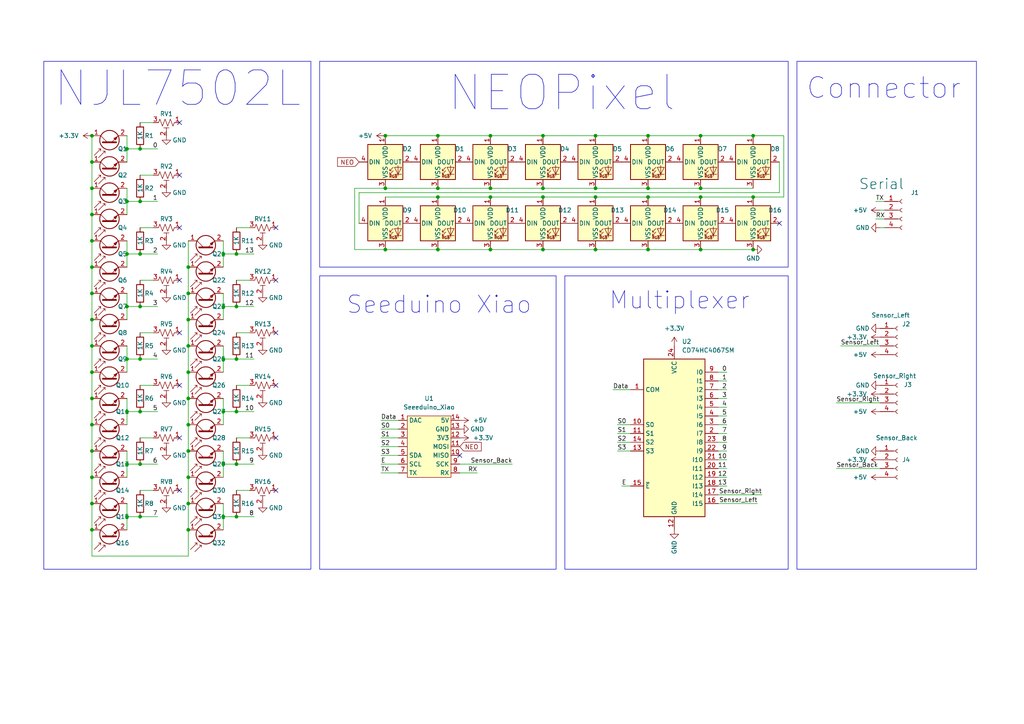
<source format=kicad_sch>
(kicad_sch (version 20230121) (generator eeschema)
  (paper "A4")
  (lib_symbols
    (symbol "74xx:CD74HC4067SM"
      (property "Reference" "U" (at -8.89 22.86 0))
      (property "Value" "CD74HC4067SM" (at 1.27 22.86 0))
      (symbol "CD74HC4067SM_0_1"
        (rectangle (start -8.89 21.59) (end 8.89 -24.13) (stroke (width 0.254)) (fill (type background)))
      )
      (symbol "CD74HC4067SM_1_1"
        (pin passive line (at -12.7 12.7 0) (length 3.81) (name "COM") (number "1"))
        (pin input line (at -12.7 2.54 0) (length 3.81) (name "S0") (number "10"))
        (pin input line (at -12.7 0 0) (length 3.81) (name "S1") (number "11"))
        (pin power_in line (at 0 -27.94 90) (length 3.81) (name "GND") (number "12"))
        (pin input line (at -12.7 -5.08 0) (length 3.81) (name "S3") (number "13"))
        (pin input line (at -12.7 -2.54 0) (length 3.81) (name "S2") (number "14"))
        (pin input line (at -12.7 -15.24 0) (length 3.81) (name "~{E}") (number "15"))
        (pin passive line (at 12.7 -20.32 180) (length 3.81) (name "I15") (number "16"))
        (pin passive line (at 12.7 -17.78 180) (length 3.81) (name "I14") (number "17"))
        (pin passive line (at 12.7 -15.24 180) (length 3.81) (name "I13") (number "18"))
        (pin passive line (at 12.7 -12.7 180) (length 3.81) (name "I12") (number "19"))
        (pin passive line (at 12.7 0 180) (length 3.81) (name "I7") (number "2"))
        (pin passive line (at 12.7 -10.16 180) (length 3.81) (name "I11") (number "20"))
        (pin passive line (at 12.7 -7.62 180) (length 3.81) (name "I10") (number "21"))
        (pin passive line (at 12.7 -5.08 180) (length 3.81) (name "I9") (number "22"))
        (pin passive line (at 12.7 -2.54 180) (length 3.81) (name "I8") (number "23"))
        (pin power_in line (at 0 25.4 270) (length 3.81) (name "VCC") (number "24"))
        (pin passive line (at 12.7 2.54 180) (length 3.81) (name "I6") (number "3"))
        (pin passive line (at 12.7 5.08 180) (length 3.81) (name "I5") (number "4"))
        (pin passive line (at 12.7 7.62 180) (length 3.81) (name "I4") (number "5"))
        (pin passive line (at 12.7 10.16 180) (length 3.81) (name "I3") (number "6"))
        (pin passive line (at 12.7 12.7 180) (length 3.81) (name "I2") (number "7"))
        (pin passive line (at 12.7 15.24 180) (length 3.81) (name "I1") (number "8"))
        (pin passive line (at 12.7 17.78 180) (length 3.81) (name "I0") (number "9"))
      )
    )
    (symbol "Connector:Conn_01x04_Socket" (pin_names (offset 1.016) hide)
      (property "Reference" "J" (at 0 5.08 0))
      (property "Value" "Conn_01x04_Socket" (at 0 -7.62 0))
      (symbol "Conn_01x04_Socket_1_1"
        (arc (start 0 -4.572) (mid -0.5058 -5.08) (end 0 -5.588) (stroke (width 0.1524)))
        (arc (start 0 -2.032) (mid -0.5058 -2.54) (end 0 -3.048) (stroke (width 0.1524)))
        (polyline (pts (xy -1.27 -5.08) (xy -0.508 -5.08)) (stroke (width 0.1524)))
        (polyline (pts (xy -1.27 -2.54) (xy -0.508 -2.54)) (stroke (width 0.1524)))
        (polyline (pts (xy -1.27 0) (xy -0.508 0)) (stroke (width 0.1524)))
        (polyline (pts (xy -1.27 2.54) (xy -0.508 2.54)) (stroke (width 0.1524)))
        (arc (start 0 0.508) (mid -0.5058 0) (end 0 -0.508) (stroke (width 0.1524)))
        (arc (start 0 3.048) (mid -0.5058 2.54) (end 0 2.032) (stroke (width 0.1524)))
        (pin passive line (at -5.08 2.54 0) (length 3.81) (name "Pin_1") (number "1"))
        (pin passive line (at -5.08 0 0) (length 3.81) (name "Pin_2") (number "2"))
        (pin passive line (at -5.08 -2.54 0) (length 3.81) (name "Pin_3") (number "3"))
        (pin passive line (at -5.08 -5.08 0) (length 3.81) (name "Pin_4") (number "4"))
      )
    )
    (symbol "Device:Q_Photo_NPN" (pin_names (offset 0) hide)
      (property "Reference" "Q" (at 5.08 1.27 0))
      (property "Value" "Q_Photo_NPN" (at 5.08 -1.27 0))
      (symbol "Q_Photo_NPN_0_1"
        (polyline (pts (xy -1.905 1.27) (xy -2.54 1.27)))
        (polyline (pts (xy -1.27 2.54) (xy -1.905 2.54)))
        (polyline (pts (xy 0.635 0.635) (xy 2.54 2.54)))
        (polyline (pts (xy -3.81 3.175) (xy -1.905 1.27) (xy -1.905 1.905)))
        (polyline (pts (xy -3.175 4.445) (xy -1.27 2.54) (xy -1.27 3.175)))
        (polyline (pts (xy 0.635 -0.635) (xy 2.54 -2.54) (xy 2.54 -2.54)))
        (polyline (pts (xy 0.635 1.905) (xy 0.635 -1.905) (xy 0.635 -1.905)) (stroke (width 0.508)))
        (polyline (pts (xy 1.27 -1.778) (xy 1.778 -1.27) (xy 2.286 -2.286) (xy 1.27 -1.778) (xy 1.27 -1.778)) (fill (type outline)))
        (circle (center 1.27 0) (radius 2.8194) (stroke (width 0.254)))
      )
      (symbol "Q_Photo_NPN_1_1"
        (pin passive line (at 2.54 5.08 270) (length 2.54) (name "C") (number "1"))
        (pin passive line (at 2.54 -5.08 90) (length 2.54) (name "E") (number "2"))
      )
    )
    (symbol "Device:R" (pin_numbers hide) (pin_names (offset 0))
      (property "Reference" "R" (at 2.032 0 90))
      (property "Value" "R" (at 0 0 90))
      (symbol "R_0_1"
        (rectangle (start -1.016 -2.54) (end 1.016 2.54) (stroke (width 0.254)))
      )
      (symbol "R_1_1"
        (pin passive line (at 0 3.81 270) (length 1.27) (name "~") (number "1"))
        (pin passive line (at 0 -3.81 90) (length 1.27) (name "~") (number "2"))
      )
    )
    (symbol "Device:R_Potentiometer_Trim_US" (pin_names (offset 1.016) hide)
      (property "Reference" "RV" (at -4.445 0 90))
      (property "Value" "R_Potentiometer_Trim_US" (at -2.54 0 90))
      (symbol "R_Potentiometer_Trim_US_0_1"
        (polyline (pts (xy 0 -2.286) (xy 0 -2.54)))
        (polyline (pts (xy 0 2.286) (xy 0 2.54)))
        (polyline (pts (xy 1.524 0.762) (xy 1.524 -0.762)))
        (polyline (pts (xy 2.54 0) (xy 1.524 0)))
        (polyline (pts (xy 0 -0.762) (xy 1.016 -1.143) (xy 0 -1.524) (xy -1.016 -1.905) (xy 0 -2.286)))
        (polyline (pts (xy 0 0.762) (xy 1.016 0.381) (xy 0 0) (xy -1.016 -0.381) (xy 0 -0.762)))
        (polyline (pts (xy 0 2.286) (xy 1.016 1.905) (xy 0 1.524) (xy -1.016 1.143) (xy 0 0.762)))
      )
      (symbol "R_Potentiometer_Trim_US_1_1"
        (pin passive line (at 0 3.81 270) (length 1.27) (name "1") (number "1"))
        (pin passive line (at 3.81 0 180) (length 1.27) (name "2") (number "2"))
        (pin passive line (at 0 -3.81 90) (length 1.27) (name "3") (number "3"))
      )
    )
    (symbol "LED:WS2812B" (pin_names (offset 0.254))
      (property "Reference" "D" (at 5.08 5.715 0))
      (property "Value" "WS2812B" (at 1.27 -5.715 0))
      (symbol "WS2812B_0_0"
        (text "RGB" (at 2.286 -4.191 0) (effects (font (size 0.762 0.762))))
      )
      (symbol "WS2812B_0_1"
        (polyline (pts (xy 1.27 -3.556) (xy 1.778 -3.556)))
        (polyline (pts (xy 1.27 -2.54) (xy 1.778 -2.54)))
        (polyline (pts (xy 4.699 -3.556) (xy 2.667 -3.556)))
        (polyline (pts (xy 2.286 -2.54) (xy 1.27 -3.556) (xy 1.27 -3.048)))
        (polyline (pts (xy 2.286 -1.524) (xy 1.27 -2.54) (xy 1.27 -2.032)))
        (polyline (pts (xy 3.683 -1.016) (xy 3.683 -3.556) (xy 3.683 -4.064)))
        (polyline (pts (xy 4.699 -1.524) (xy 2.667 -1.524) (xy 3.683 -3.556) (xy 4.699 -1.524)))
        (rectangle (start 5.08 5.08) (end -5.08 -5.08) (stroke (width 0.254)) (fill (type background)))
      )
      (symbol "WS2812B_1_1"
        (pin power_in line (at 0 7.62 270) (length 2.54) (name "VDD") (number "1"))
        (pin output line (at 7.62 0 180) (length 2.54) (name "DOUT") (number "2"))
        (pin power_in line (at 0 -7.62 90) (length 2.54) (name "VSS") (number "3"))
        (pin input line (at -7.62 0 0) (length 2.54) (name "DIN") (number "4"))
      )
    )
    (symbol "power:+3.3V" (power) (pin_names (offset 0))
      (property "Value" "+3.3V" (at 0 3.556 0))
      (symbol "+3.3V_0_1"
        (polyline (pts (xy -0.762 1.27) (xy 0 2.54)))
        (polyline (pts (xy 0 0) (xy 0 2.54)))
        (polyline (pts (xy 0 2.54) (xy 0.762 1.27)))
      )
      (symbol "+3.3V_1_1"
        (pin power_in line (at 0 0 90) (length 0) hide (name "+3.3V") (number "1"))
      )
    )
    (symbol "power:+5V" (power) (pin_names (offset 0))
      (property "Value" "+5V" (at 0 3.556 0))
      (symbol "+5V_0_1"
        (polyline (pts (xy -0.762 1.27) (xy 0 2.54)))
        (polyline (pts (xy 0 0) (xy 0 2.54)))
        (polyline (pts (xy 0 2.54) (xy 0.762 1.27)))
      )
      (symbol "+5V_1_1"
        (pin power_in line (at 0 0 90) (length 0) hide (name "+5V") (number "1"))
      )
    )
    (symbol "power:GND" (power) (pin_names (offset 0))
      (property "Value" "GND" (at 0 -3.81 0))
      (symbol "GND_0_1"
        (polyline (pts (xy 0 0) (xy 0 -1.27) (xy 1.27 -1.27) (xy 0 -2.54) (xy -1.27 -1.27) (xy 0 -1.27)))
      )
      (symbol "GND_1_1"
        (pin power_in line (at 0 0 270) (length 0) hide (name "GND") (number "1"))
      )
    )
    (symbol "seeeduino_xiao:Seeeduino_Xiao"
      (property "Reference" "U" (at 0 12.7 0))
      (property "Value" "Seeeduino_Xiao" (at 0 10.16 0))
      (symbol "Seeeduino_Xiao_0_1"
        (rectangle (start -6.35 7.62) (end 6.35 -10.16) (fill (type background)))
      )
      (symbol "Seeeduino_Xiao_1_1"
        (pin bidirectional line (at -8.89 6.35 0) (length 2.54) (name "DAC") (number "1"))
        (pin bidirectional line (at 8.89 -3.81 180) (length 2.54) (name "MISO") (number "10"))
        (pin bidirectional line (at 8.89 -1.27 180) (length 2.54) (name "MOSI") (number "11"))
        (pin power_out line (at 8.89 1.27 180) (length 2.54) (name "3V3") (number "12"))
        (pin bidirectional line (at 8.89 3.81 180) (length 2.54) (name "GND") (number "13"))
        (pin power_in line (at 8.89 6.35 180) (length 2.54) (name "5V") (number "14"))
        (pin bidirectional line (at -8.89 3.81 0) (length 2.54) (name "") (number "2"))
        (pin bidirectional line (at -8.89 1.27 0) (length 2.54) (name "") (number "3"))
        (pin bidirectional line (at -8.89 -1.27 0) (length 2.54) (name "") (number "4"))
        (pin bidirectional line (at -8.89 -3.81 0) (length 2.54) (name "SDA") (number "5"))
        (pin bidirectional line (at -8.89 -6.35 0) (length 2.54) (name "SCL") (number "6"))
        (pin bidirectional line (at -8.89 -8.89 0) (length 2.54) (name "TX") (number "7"))
        (pin bidirectional line (at 8.89 -8.89 180) (length 2.54) (name "RX") (number "8"))
        (pin bidirectional line (at 8.89 -6.35 180) (length 2.54) (name "SCK") (number "9"))
      )
    )
  )
  (junction (at 68.58 119.38))
  (junction (at 157.48 54.61))
  (junction (at 36.83 88.9))
  (junction (at 26.67 92.71))
  (junction (at 54.61 107.95))
  (junction (at 40.64 43.18))
  (junction (at 40.64 149.86))
  (junction (at 64.77 119.38))
  (junction (at 142.24 57.15))
  (junction (at 40.64 119.38))
  (junction (at 26.67 130.81))
  (junction (at 26.67 115.57))
  (junction (at 68.58 134.62))
  (junction (at 203.2 57.15))
  (junction (at 36.83 58.42))
  (junction (at 64.77 73.66))
  (junction (at 54.61 153.67))
  (junction (at 26.67 69.85))
  (junction (at 26.67 138.43))
  (junction (at 26.67 100.33))
  (junction (at 36.83 149.86))
  (junction (at 26.67 54.61))
  (junction (at 26.67 39.37))
  (junction (at 157.48 72.39))
  (junction (at 40.64 58.42))
  (junction (at 142.24 54.61))
  (junction (at 111.76 54.61))
  (junction (at 26.67 123.19))
  (junction (at 26.67 77.47))
  (junction (at 64.77 149.86))
  (junction (at 218.44 39.37))
  (junction (at 172.72 54.61))
  (junction (at 187.96 39.37))
  (junction (at 172.72 39.37))
  (junction (at 36.83 43.18))
  (junction (at 68.58 88.9))
  (junction (at 40.64 88.9))
  (junction (at 26.67 107.95))
  (junction (at 127 39.37))
  (junction (at 68.58 73.66))
  (junction (at 54.61 146.05))
  (junction (at 111.76 39.37))
  (junction (at 203.2 72.39))
  (junction (at 54.61 77.47))
  (junction (at 172.72 57.15))
  (junction (at 187.96 72.39))
  (junction (at 40.64 134.62))
  (junction (at 172.72 72.39))
  (junction (at 64.77 88.9))
  (junction (at 111.76 72.39))
  (junction (at 127 72.39))
  (junction (at 54.61 85.09))
  (junction (at 68.58 104.14))
  (junction (at 26.67 146.05))
  (junction (at 26.67 85.09))
  (junction (at 54.61 115.57))
  (junction (at 142.24 72.39))
  (junction (at 36.83 119.38))
  (junction (at 64.77 104.14))
  (junction (at 54.61 92.71))
  (junction (at 54.61 123.19))
  (junction (at 54.61 130.81))
  (junction (at 157.48 39.37))
  (junction (at 26.67 62.23))
  (junction (at 36.83 134.62))
  (junction (at 54.61 138.43))
  (junction (at 54.61 100.33))
  (junction (at 218.44 72.39))
  (junction (at 36.83 73.66))
  (junction (at 218.44 57.15))
  (junction (at 68.58 149.86))
  (junction (at 40.64 104.14))
  (junction (at 187.96 54.61))
  (junction (at 203.2 54.61))
  (junction (at 142.24 39.37))
  (junction (at 26.67 46.99))
  (junction (at 26.67 153.67))
  (junction (at 203.2 39.37))
  (junction (at 64.77 134.62))
  (junction (at 36.83 104.14))
  (junction (at 187.96 57.15))
  (junction (at 157.48 57.15))
  (junction (at 40.64 73.66))
  (junction (at 127 57.15))
  (junction (at 127 54.61))
  (no_connect (at 52.07 142.24))
  (no_connect (at 52.07 96.52))
  (no_connect (at 226.06 64.77))
  (no_connect (at 52.07 50.8))
  (no_connect (at 80.01 142.24))
  (no_connect (at 80.01 66.04))
  (no_connect (at 80.01 81.28))
  (no_connect (at 52.07 81.28))
  (no_connect (at 52.07 111.76))
  (no_connect (at 52.07 35.56))
  (no_connect (at 133.35 132.08))
  (no_connect (at 80.01 111.76))
  (no_connect (at 52.07 127))
  (no_connect (at 80.01 127))
  (no_connect (at 52.07 66.04))
  (no_connect (at 80.01 96.52))
  (wire (pts (xy 36.83 43.18) (xy 40.64 43.18)))
  (wire (pts (xy 54.61 77.47) (xy 54.61 85.09)))
  (wire (pts (xy 68.58 134.62) (xy 73.66 134.62)))
  (wire (pts (xy 64.77 119.38) (xy 64.77 123.19)))
  (wire (pts (xy 68.58 88.9) (xy 73.66 88.9)))
  (wire (pts (xy 26.67 115.57) (xy 26.67 123.19)))
  (wire (pts (xy 68.58 127) (xy 72.39 127)))
  (wire (pts (xy 36.83 58.42) (xy 36.83 62.23)))
  (wire (pts (xy 26.67 77.47) (xy 26.67 85.09)))
  (wire (pts (xy 226.06 46.99) (xy 226.06 55.88)))
  (wire (pts (xy 40.64 73.66) (xy 45.72 73.66)))
  (wire (pts (xy 36.83 100.33) (xy 36.83 104.14)))
  (wire (pts (xy 110.49 127) (xy 115.57 127)))
  (wire (pts (xy 64.77 88.9) (xy 64.77 92.71)))
  (wire (pts (xy 54.61 92.71) (xy 54.61 100.33)))
  (wire (pts (xy 187.96 72.39) (xy 203.2 72.39)))
  (wire (pts (xy 54.61 107.95) (xy 54.61 115.57)))
  (wire (pts (xy 64.77 104.14) (xy 64.77 107.95)))
  (wire (pts (xy 26.67 146.05) (xy 26.67 153.67)))
  (wire (pts (xy 172.72 39.37) (xy 187.96 39.37)))
  (wire (pts (xy 54.61 146.05) (xy 54.61 153.67)))
  (wire (pts (xy 26.67 39.37) (xy 26.67 46.99)))
  (wire (pts (xy 26.67 69.85) (xy 26.67 77.47)))
  (wire (pts (xy 68.58 66.04) (xy 72.39 66.04)))
  (wire (pts (xy 64.77 104.14) (xy 68.58 104.14)))
  (wire (pts (xy 179.07 125.73) (xy 182.88 125.73)))
  (wire (pts (xy 127 54.61) (xy 142.24 54.61)))
  (wire (pts (xy 148.59 134.62) (xy 133.35 134.62)))
  (wire (pts (xy 40.64 81.28) (xy 44.45 81.28)))
  (wire (pts (xy 40.64 111.76) (xy 44.45 111.76)))
  (wire (pts (xy 102.87 72.39) (xy 111.76 72.39)))
  (wire (pts (xy 36.83 73.66) (xy 36.83 77.47)))
  (wire (pts (xy 40.64 149.86) (xy 45.72 149.86)))
  (wire (pts (xy 64.77 130.81) (xy 64.77 134.62)))
  (wire (pts (xy 187.96 39.37) (xy 203.2 39.37)))
  (wire (pts (xy 210.82 135.89) (xy 208.28 135.89)))
  (wire (pts (xy 110.49 132.08) (xy 115.57 132.08)))
  (wire (pts (xy 36.83 88.9) (xy 40.64 88.9)))
  (wire (pts (xy 157.48 72.39) (xy 172.72 72.39)))
  (wire (pts (xy 26.67 107.95) (xy 26.67 115.57)))
  (wire (pts (xy 111.76 57.15) (xy 127 57.15)))
  (wire (pts (xy 177.8 113.03) (xy 182.88 113.03)))
  (wire (pts (xy 40.64 119.38) (xy 45.72 119.38)))
  (wire (pts (xy 142.24 57.15) (xy 157.48 57.15)))
  (wire (pts (xy 26.67 138.43) (xy 26.67 146.05)))
  (wire (pts (xy 40.64 104.14) (xy 45.72 104.14)))
  (wire (pts (xy 210.82 130.81) (xy 208.28 130.81)))
  (wire (pts (xy 210.82 138.43) (xy 208.28 138.43)))
  (wire (pts (xy 179.07 123.19) (xy 182.88 123.19)))
  (wire (pts (xy 36.83 69.85) (xy 36.83 73.66)))
  (wire (pts (xy 210.82 125.73) (xy 208.28 125.73)))
  (wire (pts (xy 40.64 58.42) (xy 45.72 58.42)))
  (wire (pts (xy 36.83 119.38) (xy 36.83 123.19)))
  (wire (pts (xy 64.77 146.05) (xy 64.77 149.86)))
  (wire (pts (xy 54.61 69.85) (xy 54.61 77.47)))
  (wire (pts (xy 110.49 137.16) (xy 115.57 137.16)))
  (wire (pts (xy 255.27 60.96) (xy 256.54 60.96)))
  (wire (pts (xy 203.2 39.37) (xy 218.44 39.37)))
  (wire (pts (xy 36.83 149.86) (xy 40.64 149.86)))
  (wire (pts (xy 172.72 57.15) (xy 187.96 57.15)))
  (wire (pts (xy 243.84 100.33) (xy 255.27 100.33)))
  (wire (pts (xy 36.83 119.38) (xy 40.64 119.38)))
  (wire (pts (xy 68.58 142.24) (xy 72.39 142.24)))
  (wire (pts (xy 26.67 54.61) (xy 26.67 62.23)))
  (wire (pts (xy 54.61 100.33) (xy 54.61 107.95)))
  (wire (pts (xy 110.49 129.54) (xy 115.57 129.54)))
  (wire (pts (xy 127 57.15) (xy 142.24 57.15)))
  (wire (pts (xy 127 72.39) (xy 142.24 72.39)))
  (wire (pts (xy 54.61 138.43) (xy 54.61 146.05)))
  (wire (pts (xy 26.67 100.33) (xy 26.67 107.95)))
  (wire (pts (xy 210.82 133.35) (xy 208.28 133.35)))
  (wire (pts (xy 64.77 149.86) (xy 64.77 153.67)))
  (wire (pts (xy 172.72 72.39) (xy 187.96 72.39)))
  (wire (pts (xy 187.96 54.61) (xy 203.2 54.61)))
  (wire (pts (xy 210.82 118.11) (xy 208.28 118.11)))
  (wire (pts (xy 210.82 115.57) (xy 208.28 115.57)))
  (wire (pts (xy 127 39.37) (xy 142.24 39.37)))
  (wire (pts (xy 64.77 73.66) (xy 64.77 77.47)))
  (wire (pts (xy 180.34 140.97) (xy 182.88 140.97)))
  (wire (pts (xy 26.67 123.19) (xy 26.67 130.81)))
  (wire (pts (xy 255.27 66.04) (xy 256.54 66.04)))
  (wire (pts (xy 179.07 130.81) (xy 182.88 130.81)))
  (wire (pts (xy 138.43 137.16) (xy 133.35 137.16)))
  (wire (pts (xy 36.83 115.57) (xy 36.83 119.38)))
  (wire (pts (xy 40.64 66.04) (xy 44.45 66.04)))
  (wire (pts (xy 110.49 124.46) (xy 115.57 124.46)))
  (wire (pts (xy 54.61 115.57) (xy 54.61 123.19)))
  (wire (pts (xy 54.61 85.09) (xy 54.61 92.71)))
  (wire (pts (xy 179.07 128.27) (xy 182.88 128.27)))
  (wire (pts (xy 36.83 54.61) (xy 36.83 58.42)))
  (wire (pts (xy 111.76 39.37) (xy 127 39.37)))
  (wire (pts (xy 40.64 142.24) (xy 44.45 142.24)))
  (wire (pts (xy 64.77 100.33) (xy 64.77 104.14)))
  (wire (pts (xy 36.83 146.05) (xy 36.83 149.86)))
  (wire (pts (xy 64.77 119.38) (xy 68.58 119.38)))
  (wire (pts (xy 40.64 88.9) (xy 45.72 88.9)))
  (wire (pts (xy 102.87 54.61) (xy 102.87 72.39)))
  (wire (pts (xy 64.77 149.86) (xy 68.58 149.86)))
  (wire (pts (xy 203.2 57.15) (xy 218.44 57.15)))
  (wire (pts (xy 64.77 115.57) (xy 64.77 119.38)))
  (wire (pts (xy 254 58.42) (xy 256.54 58.42)))
  (wire (pts (xy 64.77 134.62) (xy 68.58 134.62)))
  (wire (pts (xy 242.57 135.89) (xy 255.27 135.89)))
  (wire (pts (xy 36.83 85.09) (xy 36.83 88.9)))
  (wire (pts (xy 142.24 72.39) (xy 157.48 72.39)))
  (wire (pts (xy 104.14 55.88) (xy 104.14 64.77)))
  (wire (pts (xy 210.82 110.49) (xy 208.28 110.49)))
  (wire (pts (xy 142.24 54.61) (xy 157.48 54.61)))
  (wire (pts (xy 110.49 121.92) (xy 115.57 121.92)))
  (wire (pts (xy 203.2 72.39) (xy 218.44 72.39)))
  (wire (pts (xy 111.76 54.61) (xy 127 54.61)))
  (wire (pts (xy 68.58 81.28) (xy 72.39 81.28)))
  (wire (pts (xy 26.67 62.23) (xy 26.67 69.85)))
  (wire (pts (xy 26.67 85.09) (xy 26.67 92.71)))
  (wire (pts (xy 220.98 143.51) (xy 208.28 143.51)))
  (wire (pts (xy 210.82 120.65) (xy 208.28 120.65)))
  (wire (pts (xy 203.2 54.61) (xy 218.44 54.61)))
  (wire (pts (xy 64.77 73.66) (xy 68.58 73.66)))
  (wire (pts (xy 40.64 127) (xy 44.45 127)))
  (wire (pts (xy 110.49 134.62) (xy 115.57 134.62)))
  (wire (pts (xy 187.96 57.15) (xy 203.2 57.15)))
  (wire (pts (xy 219.71 146.05) (xy 208.28 146.05)))
  (wire (pts (xy 68.58 96.52) (xy 72.39 96.52)))
  (wire (pts (xy 111.76 54.61) (xy 102.87 54.61)))
  (wire (pts (xy 36.83 104.14) (xy 36.83 107.95)))
  (wire (pts (xy 64.77 134.62) (xy 64.77 138.43)))
  (wire (pts (xy 157.48 54.61) (xy 172.72 54.61)))
  (wire (pts (xy 36.83 149.86) (xy 36.83 153.67)))
  (wire (pts (xy 210.82 140.97) (xy 208.28 140.97)))
  (wire (pts (xy 36.83 73.66) (xy 40.64 73.66)))
  (wire (pts (xy 210.82 123.19) (xy 208.28 123.19)))
  (wire (pts (xy 227.33 57.15) (xy 218.44 57.15)))
  (wire (pts (xy 64.77 88.9) (xy 68.58 88.9)))
  (wire (pts (xy 40.64 134.62) (xy 45.72 134.62)))
  (wire (pts (xy 172.72 54.61) (xy 187.96 54.61)))
  (wire (pts (xy 68.58 104.14) (xy 73.66 104.14)))
  (wire (pts (xy 40.64 43.18) (xy 45.72 43.18)))
  (wire (pts (xy 254 63.5) (xy 256.54 63.5)))
  (wire (pts (xy 26.67 46.99) (xy 26.67 54.61)))
  (wire (pts (xy 68.58 119.38) (xy 73.66 119.38)))
  (wire (pts (xy 36.83 130.81) (xy 36.83 134.62)))
  (wire (pts (xy 218.44 39.37) (xy 227.33 39.37)))
  (wire (pts (xy 40.64 96.52) (xy 44.45 96.52)))
  (wire (pts (xy 36.83 104.14) (xy 40.64 104.14)))
  (wire (pts (xy 26.67 161.29) (xy 54.61 161.29)))
  (wire (pts (xy 68.58 73.66) (xy 73.66 73.66)))
  (wire (pts (xy 54.61 130.81) (xy 54.61 138.43)))
  (wire (pts (xy 36.83 134.62) (xy 36.83 138.43)))
  (wire (pts (xy 54.61 161.29) (xy 54.61 153.67)))
  (wire (pts (xy 111.76 72.39) (xy 127 72.39)))
  (wire (pts (xy 227.33 39.37) (xy 227.33 57.15)))
  (wire (pts (xy 210.82 107.95) (xy 208.28 107.95)))
  (wire (pts (xy 26.67 153.67) (xy 26.67 161.29)))
  (wire (pts (xy 226.06 55.88) (xy 104.14 55.88)))
  (wire (pts (xy 26.67 130.81) (xy 26.67 138.43)))
  (wire (pts (xy 36.83 39.37) (xy 36.83 43.18)))
  (wire (pts (xy 68.58 149.86) (xy 73.66 149.86)))
  (wire (pts (xy 142.24 39.37) (xy 157.48 39.37)))
  (wire (pts (xy 210.82 113.03) (xy 208.28 113.03)))
  (wire (pts (xy 242.57 116.84) (xy 255.27 116.84)))
  (wire (pts (xy 157.48 57.15) (xy 172.72 57.15)))
  (wire (pts (xy 40.64 50.8) (xy 44.45 50.8)))
  (wire (pts (xy 36.83 88.9) (xy 36.83 92.71)))
  (wire (pts (xy 68.58 111.76) (xy 72.39 111.76)))
  (wire (pts (xy 54.61 123.19) (xy 54.61 130.81)))
  (wire (pts (xy 40.64 35.56) (xy 44.45 35.56)))
  (wire (pts (xy 36.83 58.42) (xy 40.64 58.42)))
  (wire (pts (xy 210.82 128.27) (xy 208.28 128.27)))
  (wire (pts (xy 26.67 92.71) (xy 26.67 100.33)))
  (wire (pts (xy 36.83 134.62) (xy 40.64 134.62)))
  (wire (pts (xy 36.83 43.18) (xy 36.83 46.99)))
  (wire (pts (xy 157.48 39.37) (xy 172.72 39.37)))
  (wire (pts (xy 64.77 69.85) (xy 64.77 73.66)))
  (wire (pts (xy 64.77 85.09) (xy 64.77 88.9)))
  (rectangle (start 231.14 17.78) (end 283.21 165.1))
  (rectangle (start 163.83 80.01) (end 228.6 165.1))
  (rectangle (start 12.7 17.78) (end 90.17 165.1))
  (rectangle (start 92.71 17.78) (end 228.6 77.47))
  (rectangle (start 92.71 80.01) (end 161.29 165.1))
  (text "NJL7502L" (at 15.24 31.75 0) (effects (font (size 10 10)) (justify left bottom)))
  (text "Seeduino Xiao" (at 100.33 91.44 0) (effects (font (size 5 5)) (justify left bottom)))
  (text "NEOPixel" (at 129.54 33.02 0) (effects (font (size 10 10)) (justify left bottom)))
  (text "Multiplexer" (at 176.53 90.17 0) (effects (font (size 5 5)) (justify left bottom)))
  (text "Connector" (at 233.68 29.21 0) (effects (font (size 6 6)) (justify left bottom)))
  (label "13" (at 73.66 73.66 180))
  (label "Sensor_Left" (at 243.84 100.33 0))
  (label "9" (at 210.82 130.81 180))
  (label "RX" (at 138.43 137.16 180))
  (label "12" (at 210.82 138.43 180))
  (label "11" (at 210.82 135.89 180))
  (label "3" (at 45.72 88.9 180))
  (label "S1" (at 110.49 127 0))
  (label "8" (at 210.82 128.27 180))
  (label "7" (at 45.72 149.86 180))
  (label "S1" (at 179.07 125.73 0))
  (label "5" (at 210.82 120.65 180))
  (label "0" (at 210.82 107.95 180))
  (label "Sensor_Right" (at 242.57 116.84 0))
  (label "Data" (at 177.8 113.03 0))
  (label "4" (at 210.82 118.11 180))
  (label "10" (at 73.66 119.38 180))
  (label "10" (at 210.82 133.35 180))
  (label "S2" (at 110.49 129.54 0))
  (label "E" (at 180.34 140.97 0))
  (label "0" (at 45.72 43.18 180))
  (label "6" (at 45.72 134.62 180))
  (label "RX" (at 254 63.5 0))
  (label "1" (at 45.72 58.42 180))
  (label "3" (at 210.82 115.57 180))
  (label "S0" (at 179.07 123.19 0))
  (label "13" (at 210.82 140.97 180))
  (label "12" (at 73.66 88.9 180))
  (label "Data" (at 110.49 121.92 0))
  (label "S2" (at 179.07 128.27 0))
  (label "11" (at 73.66 104.14 180))
  (label "1" (at 210.82 110.49 180))
  (label "8" (at 73.66 149.86 180))
  (label "4" (at 45.72 104.14 180))
  (label "7" (at 210.82 125.73 180))
  (label "E" (at 110.49 134.62 0))
  (label "Sensor_Right" (at 220.98 143.51 180))
  (label "5" (at 45.72 119.38 180))
  (label "S3" (at 179.07 130.81 0))
  (label "TX" (at 110.49 137.16 0))
  (label "Sensor_Back" (at 148.59 134.62 180))
  (label "2" (at 45.72 73.66 180))
  (label "9" (at 73.66 134.62 180))
  (label "S0" (at 110.49 124.46 0))
  (label "S3" (at 110.49 132.08 0))
  (label "6" (at 210.82 123.19 180))
  (label "2" (at 210.82 113.03 180))
  (label "Sensor_Back" (at 242.57 135.89 0))
  (label "TX" (at 254 58.42 0))
  (label "Sensor_Left" (at 219.71 146.05 180))
  (global_label "NEO" (shape input) (at 133.35 129.54 0) (property "Intersheetrefs" "${INTERSHEET_REFS}" (effects hide)))
  (global_label "NEO" (shape input) (at 104.14 46.99 180) (property "Intersheetrefs" "${INTERSHEET_REFS}" (effects hide)))
  (symbol (lib_id "Device:R_Potentiometer_Trim_US") (at 48.26 142.24 270) (unit 1)
    (property "Reference" "RV8" (at 48.26 139.7 90))
    (property "Value" "R_Potentiometer_Trim_US" (effects hide))
    (property "Footprint" "Potentiometer_SMD:Potentiometer_Vishay_TS53YJ_Vertical" (effects hide))
  )
  (symbol (lib_id "LED:WS2812B") (at 203.2 46.99 0) (unit 1)
    (property "Reference" "D7" (at 209.55 43.18 0))
    (property "Value" "WS2812B" (effects hide))
    (property "Footprint" "LED_SMD:LED_WS2812B-2020_PLCC4_2.0x2.0mm" (effects hide))
    (property "Datasheet" "https://cdn-shop.adafruit.com/datasheets/WS2812B.pdf" (effects hide))
  )
  (symbol (lib_id "LED:WS2812B") (at 187.96 46.99 0) (unit 1)
    (property "Reference" "D6" (at 194.31 43.18 0))
    (property "Value" "WS2812B" (effects hide))
    (property "Footprint" "LED_SMD:LED_WS2812B-2020_PLCC4_2.0x2.0mm" (effects hide))
    (property "Datasheet" "https://cdn-shop.adafruit.com/datasheets/WS2812B.pdf" (effects hide))
  )
  (symbol (lib_id "Device:R") (at 40.64 85.09 180) (unit 1)
    (property "Reference" "R4" (at 41.91 85.09 0) (effects (justify right)))
    (property "Value" "1K" (at 40.64 86.36 90) (effects (justify right)))
    (property "Footprint" "Resistor_SMD:R_2010_5025Metric" (effects hide))
  )
  (symbol (lib_id "Device:Q_Photo_NPN") (at 59.69 87.63 90) (unit 1)
    (property "Reference" "Q23" (at 63.5 88.9 90))
    (property "Value" "Q_Photo_NPN" (effects hide))
    (property "Footprint" "LED_THT:LED_D3.0mm_Clear" (effects hide))
  )
  (symbol (lib_id "Device:R") (at 40.64 54.61 180) (unit 1)
    (property "Reference" "R2" (at 41.91 54.61 0) (effects (justify right)))
    (property "Value" "1K" (at 40.64 55.88 90) (effects (justify right)))
    (property "Footprint" "Resistor_SMD:R_2010_5025Metric" (effects hide))
  )
  (symbol (lib_id "Device:Q_Photo_NPN") (at 31.75 64.77 90) (unit 1)
    (property "Reference" "Q4" (at 35.56 66.04 90))
    (property "Value" "Q_Photo_NPN" (effects hide))
    (property "Footprint" "LED_THT:LED_D3.0mm_Clear" (effects hide))
  )
  (symbol (lib_id "power:+3.3V") (at 255.27 97.79 90) (unit 1)
    (property "Reference" "#PWR033" (effects hide))
    (property "Value" "+3.3V" (at 251.46 97.79 90) (effects (justify left)))
  )
  (symbol (lib_id "Device:R_Potentiometer_Trim_US") (at 76.2 127 270) (unit 1)
    (property "Reference" "RV15" (at 76.2 124.46 90))
    (property "Value" "R_Potentiometer_Trim_US" (effects hide))
    (property "Footprint" "Potentiometer_SMD:Potentiometer_Vishay_TS53YJ_Vertical" (effects hide))
  )
  (symbol (lib_id "power:GND") (at 48.26 115.57 0) (unit 1)
    (property "Reference" "#PWR010" (effects hide))
    (property "Value" "GND" (at 52.07 116.84 0))
  )
  (symbol (lib_id "power:+5V") (at 111.76 39.37 90) (unit 1)
    (property "Reference" "#PWR03" (effects hide))
    (property "Value" "+5V" (at 107.95 39.37 90) (effects (justify left)))
  )
  (symbol (lib_id "Device:Q_Photo_NPN") (at 31.75 125.73 90) (unit 1)
    (property "Reference" "Q12" (at 35.56 127 90))
    (property "Value" "Q_Photo_NPN" (effects hide))
    (property "Footprint" "LED_THT:LED_D3.0mm_Clear" (effects hide))
  )
  (symbol (lib_id "power:GND") (at 76.2 85.09 0) (unit 1)
    (property "Reference" "#PWR016" (effects hide))
    (property "Value" "GND" (at 80.01 86.36 0))
  )
  (symbol (lib_id "LED:WS2812B") (at 187.96 64.77 0) (unit 1)
    (property "Reference" "D14" (at 194.31 60.96 0))
    (property "Value" "WS2812B" (effects hide))
    (property "Footprint" "LED_SMD:LED_WS2812B-2020_PLCC4_2.0x2.0mm" (effects hide))
    (property "Datasheet" "https://cdn-shop.adafruit.com/datasheets/WS2812B.pdf" (effects hide))
  )
  (symbol (lib_id "power:GND") (at 76.2 115.57 0) (unit 1)
    (property "Reference" "#PWR018" (effects hide))
    (property "Value" "GND" (at 80.01 116.84 0))
  )
  (symbol (lib_id "Device:Q_Photo_NPN") (at 59.69 72.39 90) (unit 1)
    (property "Reference" "Q21" (at 63.5 73.66 90))
    (property "Value" "Q_Photo_NPN" (effects hide))
    (property "Footprint" "LED_THT:LED_D3.0mm_Clear" (effects hide))
  )
  (symbol (lib_id "Connector:Conn_01x04_Socket") (at 260.35 133.35 0) (unit 1)
    (property "Reference" "J4" (at 261.62 133.35 0) (effects (justify left)))
    (property "Value" "Sensor_Back" (at 254 127 0) (effects (justify left)))
    (property "Footprint" "Connector_JST:JST_XH_B4B-XH-A_1x04_P2.50mm_Vertical" (effects hide))
  )
  (symbol (lib_id "Connector:Conn_01x04_Socket") (at 261.62 60.96 0) (unit 1)
    (property "Reference" "J1" (at 264.16 55.88 0) (effects (justify left)))
    (property "Value" "Serial" (at 248.92 53.34 0) (effects (font (size 3 3)) (justify left)))
    (property "Footprint" "Connector_JST:JST_XH_B4B-XH-A_1x04_P2.50mm_Vertical" (effects hide))
  )
  (symbol (lib_id "Device:Q_Photo_NPN") (at 59.69 133.35 90) (unit 1)
    (property "Reference" "Q29" (at 63.5 134.62 90))
    (property "Value" "Q_Photo_NPN" (effects hide))
    (property "Footprint" "LED_THT:LED_D3.0mm_Clear" (effects hide))
  )
  (symbol (lib_id "Device:R_Potentiometer_Trim_US") (at 76.2 96.52 270) (unit 1)
    (property "Reference" "RV13" (at 76.2 93.98 90))
    (property "Value" "R_Potentiometer_Trim_US" (effects hide))
    (property "Footprint" "Potentiometer_SMD:Potentiometer_Vishay_TS53YJ_Vertical" (effects hide))
  )
  (symbol (lib_id "Device:R") (at 40.64 100.33 180) (unit 1)
    (property "Reference" "R5" (at 41.91 100.33 0) (effects (justify right)))
    (property "Value" "1K" (at 40.64 101.6 90) (effects (justify right)))
    (property "Footprint" "Resistor_SMD:R_2010_5025Metric" (effects hide))
  )
  (symbol (lib_id "Device:R_Potentiometer_Trim_US") (at 48.26 81.28 270) (unit 1)
    (property "Reference" "RV4" (at 48.26 78.74 90))
    (property "Value" "R_Potentiometer_Trim_US" (effects hide))
    (property "Footprint" "Potentiometer_SMD:Potentiometer_Vishay_TS53YJ_Vertical" (effects hide))
  )
  (symbol (lib_id "power:GND") (at 48.26 146.05 0) (unit 1)
    (property "Reference" "#PWR012" (effects hide))
    (property "Value" "GND" (at 52.07 147.32 0))
  )
  (symbol (lib_id "power:+3.3V") (at 26.67 39.37 90) (unit 1)
    (property "Reference" "#PWR01" (effects hide))
    (property "Value" "+3.3V" (at 22.86 39.37 90) (effects (justify left)))
  )
  (symbol (lib_id "power:GND") (at 48.26 130.81 0) (unit 1)
    (property "Reference" "#PWR011" (effects hide))
    (property "Value" "GND" (at 52.07 132.08 0))
  )
  (symbol (lib_id "power:+5V") (at 255.27 60.96 90) (unit 1)
    (property "Reference" "#PWR014" (effects hide))
    (property "Value" "+5V" (at 251.46 60.96 90) (effects (justify left)))
  )
  (symbol (lib_id "power:GND") (at 195.58 153.67 0) (unit 1)
    (property "Reference" "#PWR024" (effects hide))
    (property "Value" "GND" (at 195.58 158.75 90))
  )
  (symbol (lib_id "Device:R") (at 40.64 146.05 180) (unit 1)
    (property "Reference" "R8" (at 41.91 146.05 0) (effects (justify right)))
    (property "Value" "1K" (at 40.64 147.32 90) (effects (justify right)))
    (property "Footprint" "Resistor_SMD:R_2010_5025Metric" (effects hide))
  )
  (symbol (lib_id "LED:WS2812B") (at 172.72 64.77 0) (unit 1)
    (property "Reference" "D13" (at 179.07 60.96 0))
    (property "Value" "WS2812B" (effects hide))
    (property "Footprint" "LED_SMD:LED_WS2812B-2020_PLCC4_2.0x2.0mm" (effects hide))
    (property "Datasheet" "https://cdn-shop.adafruit.com/datasheets/WS2812B.pdf" (effects hide))
  )
  (symbol (lib_id "Device:Q_Photo_NPN") (at 31.75 57.15 90) (unit 1)
    (property "Reference" "Q3" (at 35.56 58.42 90))
    (property "Value" "Q_Photo_NPN" (effects hide))
    (property "Footprint" "LED_THT:LED_D3.0mm_Clear" (effects hide))
  )
  (symbol (lib_id "power:+3.3V") (at 195.58 100.33 0) (unit 1)
    (property "Reference" "#PWR023" (effects hide))
    (property "Value" "+3.3V" (at 195.58 95.25 0))
  )
  (symbol (lib_id "power:+5V") (at 255.27 138.43 90) (unit 1)
    (property "Reference" "#PWR027" (effects hide))
    (property "Value" "+5V" (at 251.46 138.43 90) (effects (justify left)))
  )
  (symbol (lib_id "power:GND") (at 255.27 95.25 270) (unit 1)
    (property "Reference" "#PWR028" (effects hide))
    (property "Value" "GND" (at 250.19 95.25 90))
  )
  (symbol (lib_id "Device:Q_Photo_NPN") (at 31.75 87.63 90) (unit 1)
    (property "Reference" "Q7" (at 35.56 88.9 90))
    (property "Value" "Q_Photo_NPN" (effects hide))
    (property "Footprint" "LED_THT:LED_D3.0mm_Clear" (effects hide))
  )
  (symbol (lib_id "Device:R_Potentiometer_Trim_US") (at 48.26 111.76 270) (unit 1)
    (property "Reference" "RV6" (at 48.26 109.22 90))
    (property "Value" "R_Potentiometer_Trim_US" (effects hide))
    (property "Footprint" "Potentiometer_SMD:Potentiometer_Vishay_TS53YJ_Vertical" (effects hide))
  )
  (symbol (lib_id "Device:Q_Photo_NPN") (at 31.75 80.01 90) (unit 1)
    (property "Reference" "Q6" (at 35.56 81.28 90))
    (property "Value" "Q_Photo_NPN" (effects hide))
    (property "Footprint" "LED_THT:LED_D3.0mm_Clear" (effects hide))
  )
  (symbol (lib_id "Device:R") (at 68.58 130.81 180) (unit 1)
    (property "Reference" "R15" (at 69.85 130.81 0) (effects (justify right)))
    (property "Value" "1K" (at 68.58 132.08 90) (effects (justify right)))
    (property "Footprint" "Resistor_SMD:R_2010_5025Metric" (effects hide))
  )
  (symbol (lib_id "power:GND") (at 255.27 130.81 270) (unit 1)
    (property "Reference" "#PWR030" (effects hide))
    (property "Value" "GND" (at 250.19 130.81 90))
  )
  (symbol (lib_id "LED:WS2812B") (at 172.72 46.99 0) (unit 1)
    (property "Reference" "D5" (at 179.07 43.18 0))
    (property "Value" "WS2812B" (effects hide))
    (property "Footprint" "LED_SMD:LED_WS2812B-2020_PLCC4_2.0x2.0mm" (effects hide))
    (property "Datasheet" "https://cdn-shop.adafruit.com/datasheets/WS2812B.pdf" (effects hide))
  )
  (symbol (lib_id "power:GND") (at 48.26 54.61 0) (unit 1)
    (property "Reference" "#PWR06" (effects hide))
    (property "Value" "GND" (at 52.07 55.88 0))
  )
  (symbol (lib_id "seeeduino_xiao:Seeeduino_Xiao") (at 124.46 128.27 0) (unit 1)
    (property "Reference" "U1" (at 124.46 115.57 0))
    (property "Value" "Seeeduino_Xiao" (at 124.46 118.11 0))
    (property "Footprint" "Seeeduino_Xiao:seeeduinoXIAO" (effects hide))
  )
  (symbol (lib_id "power:GND") (at 76.2 146.05 0) (unit 1)
    (property "Reference" "#PWR020" (effects hide))
    (property "Value" "GND" (at 80.01 147.32 0))
  )
  (symbol (lib_id "Device:R_Potentiometer_Trim_US") (at 76.2 142.24 270) (unit 1)
    (property "Reference" "RV16" (at 76.2 139.7 90))
    (property "Value" "R_Potentiometer_Trim_US" (effects hide))
    (property "Footprint" "Potentiometer_SMD:Potentiometer_Vishay_TS53YJ_Vertical" (effects hide))
  )
  (symbol (lib_id "power:GND") (at 48.26 39.37 0) (unit 1)
    (property "Reference" "#PWR02" (effects hide))
    (property "Value" "GND" (at 52.07 40.64 0))
  )
  (symbol (lib_id "Connector:Conn_01x04_Socket") (at 260.35 114.3 0) (unit 1)
    (property "Reference" "J3" (at 262.1227 111.5745 0) (effects (justify left)))
    (property "Value" "Sensor_Right" (at 253.2327 109.0345 0) (effects (justify left)))
    (property "Footprint" "Connector_JST:JST_XH_B4B-XH-A_1x04_P2.50mm_Vertical" (effects hide))
  )
  (symbol (lib_id "Device:R_Potentiometer_Trim_US") (at 76.2 66.04 270) (unit 1)
    (property "Reference" "RV11" (at 76.2 63.5 90))
    (property "Value" "R_Potentiometer_Trim_US" (effects hide))
    (property "Footprint" "Potentiometer_SMD:Potentiometer_Vishay_TS53YJ_Vertical" (effects hide))
  )
  (symbol (lib_id "power:+3.3V") (at 255.27 133.35 90) (unit 1)
    (property "Reference" "#PWR032" (effects hide))
    (property "Value" "+3.3V" (at 251.46 133.35 90) (effects (justify left)))
  )
  (symbol (lib_id "LED:WS2812B") (at 157.48 46.99 0) (unit 1)
    (property "Reference" "D4" (at 163.83 43.18 0))
    (property "Value" "WS2812B" (effects hide))
    (property "Footprint" "LED_SMD:LED_WS2812B-2020_PLCC4_2.0x2.0mm" (effects hide))
    (property "Datasheet" "https://cdn-shop.adafruit.com/datasheets/WS2812B.pdf" (effects hide))
  )
  (symbol (lib_id "power:+5V") (at 255.27 102.87 90) (unit 1)
    (property "Reference" "#PWR025" (effects hide))
    (property "Value" "+5V" (at 251.46 102.87 90) (effects (justify left)))
  )
  (symbol (lib_id "Device:R") (at 68.58 85.09 180) (unit 1)
    (property "Reference" "R12" (at 69.85 85.09 0) (effects (justify right)))
    (property "Value" "1K" (at 68.58 86.36 90) (effects (justify right)))
    (property "Footprint" "Resistor_SMD:R_2010_5025Metric" (effects hide))
  )
  (symbol (lib_id "power:GND") (at 76.2 100.33 0) (unit 1)
    (property "Reference" "#PWR017" (effects hide))
    (property "Value" "GND" (at 80.01 101.6 0))
  )
  (symbol (lib_id "Device:R_Potentiometer_Trim_US") (at 48.26 50.8 270) (unit 1)
    (property "Reference" "RV2" (at 48.26 48.26 90))
    (property "Value" "R_Potentiometer_Trim_US" (effects hide))
    (property "Footprint" "Potentiometer_SMD:Potentiometer_Vishay_TS53YJ_Vertical" (effects hide))
  )
  (symbol (lib_id "Device:Q_Photo_NPN") (at 31.75 140.97 90) (unit 1)
    (property "Reference" "Q14" (at 35.56 142.24 90))
    (property "Value" "Q_Photo_NPN" (effects hide))
    (property "Footprint" "LED_THT:LED_D3.0mm_Clear" (effects hide))
  )
  (symbol (lib_id "Connector:Conn_01x04_Socket") (at 260.35 97.79 0) (unit 1)
    (property "Reference" "J2" (at 261.62 93.98 0) (effects (justify left)))
    (property "Value" "Sensor_Left" (at 252.73 91.44 0) (effects (justify left)))
    (property "Footprint" "Connector_JST:JST_XH_B4B-XH-A_1x04_P2.50mm_Vertical" (effects hide))
  )
  (symbol (lib_id "LED:WS2812B") (at 218.44 64.77 0) (unit 1)
    (property "Reference" "D16" (at 224.79 60.96 0))
    (property "Value" "WS2812B" (effects hide))
    (property "Footprint" "LED_SMD:LED_WS2812B-2020_PLCC4_2.0x2.0mm" (effects hide))
    (property "Datasheet" "https://cdn-shop.adafruit.com/datasheets/WS2812B.pdf" (effects hide))
  )
  (symbol (lib_id "Device:Q_Photo_NPN") (at 59.69 156.21 90) (unit 1)
    (property "Reference" "Q32" (at 63.5 157.48 90))
    (property "Value" "Q_Photo_NPN" (effects hide))
    (property "Footprint" "LED_THT:LED_D3.0mm_Clear" (effects hide))
  )
  (symbol (lib_id "Device:R") (at 40.64 130.81 180) (unit 1)
    (property "Reference" "R7" (at 41.91 130.81 0) (effects (justify right)))
    (property "Value" "1K" (at 40.64 132.08 90) (effects (justify right)))
    (property "Footprint" "Resistor_SMD:R_2010_5025Metric" (effects hide))
  )
  (symbol (lib_id "Device:Q_Photo_NPN") (at 31.75 156.21 90) (unit 1)
    (property "Reference" "Q16" (at 35.56 157.48 90))
    (property "Value" "Q_Photo_NPN" (effects hide))
    (property "Footprint" "LED_THT:LED_D3.0mm_Clear" (effects hide))
  )
  (symbol (lib_id "power:GND") (at 255.27 66.04 270) (unit 1)
    (property "Reference" "#PWR013" (effects hide))
    (property "Value" "GND" (at 250.19 66.04 90))
  )
  (symbol (lib_id "LED:WS2812B") (at 218.44 46.99 0) (unit 1)
    (property "Reference" "D8" (at 224.79 43.18 0))
    (property "Value" "WS2812B" (effects hide))
    (property "Footprint" "LED_SMD:LED_WS2812B-2020_PLCC4_2.0x2.0mm" (effects hide))
    (property "Datasheet" "https://cdn-shop.adafruit.com/datasheets/WS2812B.pdf" (effects hide))
  )
  (symbol (lib_id "Device:Q_Photo_NPN") (at 59.69 125.73 90) (unit 1)
    (property "Reference" "Q28" (at 63.5 127 90))
    (property "Value" "Q_Photo_NPN" (effects hide))
    (property "Footprint" "LED_THT:LED_D3.0mm_Clear" (effects hide))
  )
  (symbol (lib_id "power:GND") (at 218.44 72.39 90) (unit 1)
    (property "Reference" "#PWR04" (effects hide))
    (property "Value" "GND" (at 218.44 74.93 90))
  )
  (symbol (lib_id "Device:Q_Photo_NPN") (at 59.69 80.01 90) (unit 1)
    (property "Reference" "Q22" (at 63.5 81.28 90))
    (property "Value" "Q_Photo_NPN" (effects hide))
    (property "Footprint" "LED_THT:LED_D3.0mm_Clear" (effects hide))
  )
  (symbol (lib_id "LED:WS2812B") (at 157.48 64.77 0) (unit 1)
    (property "Reference" "D12" (at 163.83 60.96 0))
    (property "Value" "WS2812B" (effects hide))
    (property "Footprint" "LED_SMD:LED_WS2812B-2020_PLCC4_2.0x2.0mm" (effects hide))
    (property "Datasheet" "https://cdn-shop.adafruit.com/datasheets/WS2812B.pdf" (effects hide))
  )
  (symbol (lib_id "Device:Q_Photo_NPN") (at 31.75 118.11 90) (unit 1)
    (property "Reference" "Q11" (at 35.56 119.38 90))
    (property "Value" "Q_Photo_NPN" (effects hide))
    (property "Footprint" "LED_THT:LED_D3.0mm_Clear" (effects hide))
  )
  (symbol (lib_id "Device:R") (at 40.64 115.57 180) (unit 1)
    (property "Reference" "R6" (at 41.91 115.57 0) (effects (justify right)))
    (property "Value" "1K" (at 40.64 116.84 90) (effects (justify right)))
    (property "Footprint" "Resistor_SMD:R_2010_5025Metric" (effects hide))
  )
  (symbol (lib_id "power:+5V") (at 133.35 121.92 270) (unit 1)
    (property "Reference" "#PWR021" (effects hide))
    (property "Value" "+5V" (at 137.16 121.92 90) (effects (justify left)))
  )
  (symbol (lib_id "power:+3.3V") (at 255.27 114.3 90) (unit 1)
    (property "Reference" "#PWR031" (effects hide))
    (property "Value" "+3.3V" (at 251.46 114.3 90) (effects (justify left)))
  )
  (symbol (lib_id "Device:Q_Photo_NPN") (at 59.69 102.87 90) (unit 1)
    (property "Reference" "Q25" (at 63.5 104.14 90))
    (property "Value" "Q_Photo_NPN" (effects hide))
    (property "Footprint" "LED_THT:LED_D3.0mm_Clear" (effects hide))
  )
  (symbol (lib_id "Device:R") (at 68.58 115.57 180) (unit 1)
    (property "Reference" "R14" (at 69.85 115.57 0) (effects (justify right)))
    (property "Value" "1K" (at 68.58 116.84 90) (effects (justify right)))
    (property "Footprint" "Resistor_SMD:R_2010_5025Metric" (effects hide))
  )
  (symbol (lib_id "Device:R_Potentiometer_Trim_US") (at 76.2 111.76 270) (unit 1)
    (property "Reference" "RV14" (at 76.2 109.22 90))
    (property "Value" "R_Potentiometer_Trim_US" (effects hide))
    (property "Footprint" "Potentiometer_SMD:Potentiometer_Vishay_TS53YJ_Vertical" (effects hide))
  )
  (symbol (lib_id "Device:R_Potentiometer_Trim_US") (at 76.2 81.28 270) (unit 1)
    (property "Reference" "RV12" (at 76.2 78.74 90))
    (property "Value" "R_Potentiometer_Trim_US" (effects hide))
    (property "Footprint" "Potentiometer_SMD:Potentiometer_Vishay_TS53YJ_Vertical" (effects hide))
  )
  (symbol (lib_id "LED:WS2812B") (at 111.76 64.77 0) (unit 1)
    (property "Reference" "D9" (at 118.11 60.96 0))
    (property "Value" "WS2812B" (effects hide))
    (property "Footprint" "LED_SMD:LED_WS2812B-2020_PLCC4_2.0x2.0mm" (effects hide))
    (property "Datasheet" "https://cdn-shop.adafruit.com/datasheets/WS2812B.pdf" (effects hide))
  )
  (symbol (lib_id "Device:Q_Photo_NPN") (at 59.69 110.49 90) (unit 1)
    (property "Reference" "Q26" (at 63.5 111.76 90))
    (property "Value" "Q_Photo_NPN" (effects hide))
    (property "Footprint" "LED_THT:LED_D3.0mm_Clear" (effects hide))
  )
  (symbol (lib_id "LED:WS2812B") (at 142.24 64.77 0) (unit 1)
    (property "Reference" "D11" (at 148.59 60.96 0))
    (property "Value" "WS2812B" (effects hide))
    (property "Footprint" "LED_SMD:LED_WS2812B-2020_PLCC4_2.0x2.0mm" (effects hide))
    (property "Datasheet" "https://cdn-shop.adafruit.com/datasheets/WS2812B.pdf" (effects hide))
  )
  (symbol (lib_id "Device:Q_Photo_NPN") (at 59.69 118.11 90) (unit 1)
    (property "Reference" "Q27" (at 63.5 119.38 90))
    (property "Value" "Q_Photo_NPN" (effects hide))
    (property "Footprint" "LED_THT:LED_D3.0mm_Clear" (effects hide))
  )
  (symbol (lib_id "power:GND") (at 255.27 111.76 270) (unit 1)
    (property "Reference" "#PWR029" (effects hide))
    (property "Value" "GND" (at 250.19 111.76 90))
  )
  (symbol (lib_id "power:GND") (at 76.2 130.81 0) (unit 1)
    (property "Reference" "#PWR019" (effects hide))
    (property "Value" "GND" (at 80.01 132.08 0))
  )
  (symbol (lib_id "power:GND") (at 133.35 124.46 90) (unit 1)
    (property "Reference" "#PWR05" (effects hide))
    (property "Value" "GND" (at 138.43 124.46 90))
  )
  (symbol (lib_id "LED:WS2812B") (at 127 46.99 0) (unit 1)
    (property "Reference" "D1" (at 133.35 43.18 0))
    (property "Value" "WS2812B" (effects hide))
    (property "Footprint" "Connector_JST:JST_XH_B4B-XH-A_1x04_P2.50mm_Vertical" (effects hide))
    (property "Datasheet" "https://cdn-shop.adafruit.com/datasheets/WS2812B.pdf" (effects hide))
  )
  (symbol (lib_id "power:+5V") (at 255.27 119.38 90) (unit 1)
    (property "Reference" "#PWR026" (effects hide))
    (property "Value" "+5V" (at 251.46 119.38 90) (effects (justify left)))
  )
  (symbol (lib_id "Device:Q_Photo_NPN") (at 31.75 102.87 90) (unit 1)
    (property "Reference" "Q9" (at 35.56 104.14 90))
    (property "Value" "Q_Photo_NPN" (effects hide))
    (property "Footprint" "LED_THT:LED_D3.0mm_Clear" (effects hide))
  )
  (symbol (lib_id "Device:Q_Photo_NPN") (at 31.75 72.39 90) (unit 1)
    (property "Reference" "Q5" (at 35.56 73.66 90))
    (property "Value" "Q_Photo_NPN" (effects hide))
    (property "Footprint" "LED_THT:LED_D3.0mm_Clear" (effects hide))
  )
  (symbol (lib_id "LED:WS2812B") (at 203.2 64.77 0) (unit 1)
    (property "Reference" "D15" (at 209.55 60.96 0))
    (property "Value" "WS2812B" (effects hide))
    (property "Footprint" "LED_SMD:LED_WS2812B-2020_PLCC4_2.0x2.0mm" (effects hide))
    (property "Datasheet" "https://cdn-shop.adafruit.com/datasheets/WS2812B.pdf" (effects hide))
  )
  (symbol (lib_id "Device:R_Potentiometer_Trim_US") (at 48.26 35.56 270) (unit 1)
    (property "Reference" "RV1" (at 48.26 33.02 90))
    (property "Value" "R_Potentiometer_Trim_US" (effects hide))
    (property "Footprint" "Potentiometer_SMD:Potentiometer_Vishay_TS53YJ_Vertical" (effects hide))
  )
  (symbol (lib_id "Device:Q_Photo_NPN") (at 59.69 140.97 90) (unit 1)
    (property "Reference" "Q30" (at 63.5 142.24 90))
    (property "Value" "Q_Photo_NPN" (effects hide))
    (property "Footprint" "LED_THT:LED_D3.0mm_Clear" (effects hide))
  )
  (symbol (lib_id "Device:Q_Photo_NPN") (at 31.75 49.53 90) (unit 1)
    (property "Reference" "Q2" (at 35.56 50.8 90))
    (property "Value" "Q_Photo_NPN" (effects hide))
    (property "Footprint" "LED_THT:LED_D3.0mm_Clear" (effects hide))
  )
  (symbol (lib_id "Device:R_Potentiometer_Trim_US") (at 48.26 66.04 270) (unit 1)
    (property "Reference" "RV3" (at 48.26 63.5 90))
    (property "Value" "R_Potentiometer_Trim_US" (effects hide))
    (property "Footprint" "Potentiometer_SMD:Potentiometer_Vishay_TS53YJ_Vertical" (effects hide))
  )
  (symbol (lib_id "Device:Q_Photo_NPN") (at 31.75 41.91 90) (unit 1)
    (property "Reference" "Q1" (at 35.56 43.18 90))
    (property "Value" "Q_Photo_NPN" (effects hide))
    (property "Footprint" "LED_THT:LED_D3.0mm_Clear" (effects hide))
  )
  (symbol (lib_id "power:GND") (at 48.26 100.33 0) (unit 1)
    (property "Reference" "#PWR09" (effects hide))
    (property "Value" "GND" (at 52.07 101.6 0))
  )
  (symbol (lib_id "Device:Q_Photo_NPN") (at 31.75 133.35 90) (unit 1)
    (property "Reference" "Q13" (at 35.56 134.62 90))
    (property "Value" "Q_Photo_NPN" (effects hide))
    (property "Footprint" "LED_THT:LED_D3.0mm_Clear" (effects hide))
  )
  (symbol (lib_id "LED:WS2812B") (at 111.76 46.99 0) (unit 1)
    (property "Reference" "D2" (at 118.11 43.18 0))
    (property "Value" "WS2812B" (effects hide))
    (property "Footprint" "LED_SMD:LED_WS2812B-2020_PLCC4_2.0x2.0mm" (effects hide))
    (property "Datasheet" "https://cdn-shop.adafruit.com/datasheets/WS2812B.pdf" (effects hide))
  )
  (symbol (lib_id "Device:Q_Photo_NPN") (at 31.75 95.25 90) (unit 1)
    (property "Reference" "Q8" (at 35.56 96.52 90))
    (property "Value" "Q_Photo_NPN" (effects hide))
    (property "Footprint" "LED_THT:LED_D3.0mm_Clear" (effects hide))
  )
  (symbol (lib_id "LED:WS2812B") (at 127 64.77 0) (unit 1)
    (property "Reference" "D10" (at 133.35 60.96 0))
    (property "Value" "WS2812B" (effects hide))
    (property "Footprint" "LED_SMD:LED_WS2812B-2020_PLCC4_2.0x2.0mm" (effects hide))
    (property "Datasheet" "https://cdn-shop.adafruit.com/datasheets/WS2812B.pdf" (effects hide))
  )
  (symbol (lib_id "Device:R") (at 68.58 146.05 180) (unit 1)
    (property "Reference" "R16" (at 69.85 146.05 0) (effects (justify right)))
    (property "Value" "1K" (at 68.58 147.32 90) (effects (justify right)))
    (property "Footprint" "Resistor_SMD:R_2010_5025Metric" (effects hide))
  )
  (symbol (lib_id "Device:Q_Photo_NPN") (at 31.75 148.59 90) (unit 1)
    (property "Reference" "Q15" (at 35.56 149.86 90))
    (property "Value" "Q_Photo_NPN" (effects hide))
    (property "Footprint" "LED_THT:LED_D3.0mm_Clear" (effects hide))
  )
  (symbol (lib_id "Device:R") (at 68.58 69.85 180) (unit 1)
    (property "Reference" "R11" (at 69.85 69.85 0) (effects (justify right)))
    (property "Value" "1K" (at 68.58 71.12 90) (effects (justify right)))
    (property "Footprint" "Resistor_SMD:R_2010_5025Metric" (effects hide))
  )
  (symbol (lib_id "Device:Q_Photo_NPN") (at 59.69 95.25 90) (unit 1)
    (property "Reference" "Q24" (at 63.5 96.52 90))
    (property "Value" "Q_Photo_NPN" (effects hide))
    (property "Footprint" "LED_THT:LED_D3.0mm_Clear" (effects hide))
  )
  (symbol (lib_id "74xx:CD74HC4067SM") (at 195.58 125.73 0) (unit 1)
    (property "Reference" "U2" (at 197.7741 99.06 0) (effects (justify left)))
    (property "Value" "CD74HC4067SM" (at 197.7741 101.6 0) (effects (justify left)))
    (property "Footprint" "Package_SO:SSOP-24_5.3x8.2mm_P0.65mm" (effects hide))
    (property "Datasheet" "http://www.ti.com/lit/ds/symlink/cd74hc4067.pdf" (effects hide))
  )
  (symbol (lib_id "Device:R_Potentiometer_Trim_US") (at 48.26 127 270) (unit 1)
    (property "Reference" "RV7" (at 48.26 124.46 90))
    (property "Value" "R_Potentiometer_Trim_US" (effects hide))
    (property "Footprint" "Potentiometer_SMD:Potentiometer_Vishay_TS53YJ_Vertical" (effects hide))
  )
  (symbol (lib_id "Device:R") (at 40.64 39.37 180) (unit 1)
    (property "Reference" "R1" (at 41.91 39.37 0) (effects (justify right)))
    (property "Value" "1K" (at 40.64 40.64 90) (effects (justify right)))
    (property "Footprint" "Resistor_SMD:R_2010_5025Metric" (effects hide))
  )
  (symbol (lib_id "power:GND") (at 76.2 69.85 0) (unit 1)
    (property "Reference" "#PWR015" (effects hide))
    (property "Value" "GND" (at 80.01 71.12 0))
  )
  (symbol (lib_id "power:GND") (at 48.26 69.85 0) (unit 1)
    (property "Reference" "#PWR07" (effects hide))
    (property "Value" "GND" (at 52.07 71.12 0))
  )
  (symbol (lib_id "power:+3.3V") (at 133.35 127 270) (unit 1)
    (property "Reference" "#PWR022" (effects hide))
    (property "Value" "+3.3V" (at 137.16 127 90) (effects (justify left)))
  )
  (symbol (lib_id "Device:Q_Photo_NPN") (at 31.75 110.49 90) (unit 1)
    (property "Reference" "Q10" (at 35.56 111.76 90))
    (property "Value" "Q_Photo_NPN" (effects hide))
    (property "Footprint" "LED_THT:LED_D3.0mm_Clear" (effects hide))
  )
  (symbol (lib_id "power:GND") (at 48.26 85.09 0) (unit 1)
    (property "Reference" "#PWR08" (effects hide))
    (property "Value" "GND" (at 52.07 86.36 0))
  )
  (symbol (lib_id "Device:R_Potentiometer_Trim_US") (at 48.26 96.52 270) (unit 1)
    (property "Reference" "RV5" (at 48.26 93.98 90))
    (property "Value" "R_Potentiometer_Trim_US" (effects hide))
    (property "Footprint" "Potentiometer_SMD:Potentiometer_Vishay_TS53YJ_Vertical" (effects hide))
  )
  (symbol (lib_id "Device:R") (at 40.64 69.85 180) (unit 1)
    (property "Reference" "R3" (at 41.91 69.85 0) (effects (justify right)))
    (property "Value" "1K" (at 40.64 71.12 90) (effects (justify right)))
    (property "Footprint" "Resistor_SMD:R_2010_5025Metric" (effects hide))
  )
  (symbol (lib_id "LED:WS2812B") (at 142.24 46.99 0) (unit 1)
    (property "Reference" "D3" (at 148.59 43.18 0))
    (property "Value" "WS2812B" (effects hide))
    (property "Footprint" "LED_SMD:LED_WS2812B-2020_PLCC4_2.0x2.0mm" (effects hide))
    (property "Datasheet" "https://cdn-shop.adafruit.com/datasheets/WS2812B.pdf" (effects hide))
  )
  (symbol (lib_id "Device:Q_Photo_NPN") (at 59.69 148.59 90) (unit 1)
    (property "Reference" "Q31" (at 63.5 149.86 90))
    (property "Value" "Q_Photo_NPN" (effects hide))
    (property "Footprint" "LED_THT:LED_D3.0mm_Clear" (effects hide))
  )
  (symbol (lib_id "Device:R") (at 68.58 100.33 180) (unit 1)
    (property "Reference" "R13" (at 69.85 100.33 0) (effects (justify right)))
    (property "Value" "1K" (at 68.58 101.6 90) (effects (justify right)))
    (property "Footprint" "Resistor_SMD:R_2010_5025Metric" (effects hide))
  )
)
</source>
